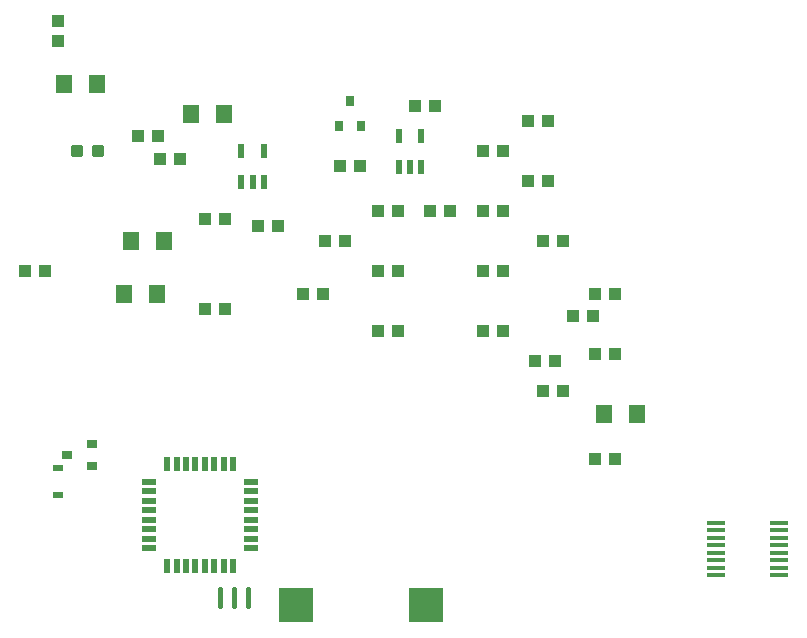
<source format=gtp>
G75*
%MOIN*%
%OFA0B0*%
%FSLAX25Y25*%
%IPPOS*%
%LPD*%
%AMOC8*
5,1,8,0,0,1.08239X$1,22.5*
%
%ADD10R,0.04331X0.03937*%
%ADD11R,0.03937X0.04331*%
%ADD12R,0.05512X0.06299*%
%ADD13C,0.01181*%
%ADD14C,0.01772*%
%ADD15R,0.02200X0.05000*%
%ADD16R,0.05000X0.02200*%
%ADD17R,0.05906X0.01772*%
%ADD18R,0.11811X0.11811*%
%ADD19R,0.03268X0.02480*%
%ADD20R,0.03150X0.03543*%
%ADD21R,0.03543X0.03150*%
%ADD22R,0.02362X0.04724*%
D10*
X0129787Y0116272D03*
X0136480Y0116272D03*
X0136480Y0136272D03*
X0129787Y0136272D03*
X0078980Y0123772D03*
X0072287Y0123772D03*
X0182287Y0106272D03*
X0188980Y0106272D03*
X0191480Y0096272D03*
X0184787Y0096272D03*
X0202287Y0073772D03*
X0208980Y0073772D03*
X0191480Y0146272D03*
X0184787Y0146272D03*
D11*
X0171480Y0136272D03*
X0164787Y0136272D03*
X0164787Y0156272D03*
X0171480Y0156272D03*
X0179787Y0166272D03*
X0186480Y0166272D03*
X0171480Y0176272D03*
X0164787Y0176272D03*
X0179787Y0186272D03*
X0186480Y0186272D03*
X0148980Y0191272D03*
X0142287Y0191272D03*
X0123980Y0171272D03*
X0117287Y0171272D03*
X0129787Y0156272D03*
X0136480Y0156272D03*
X0147287Y0156272D03*
X0153980Y0156272D03*
X0118980Y0146272D03*
X0112287Y0146272D03*
X0096480Y0151272D03*
X0089787Y0151272D03*
X0078980Y0153772D03*
X0072287Y0153772D03*
X0063980Y0173772D03*
X0057287Y0173772D03*
X0056480Y0181272D03*
X0049787Y0181272D03*
X0023133Y0212926D03*
X0023133Y0219619D03*
X0018980Y0136272D03*
X0012287Y0136272D03*
X0104787Y0128772D03*
X0111480Y0128772D03*
X0164787Y0116272D03*
X0171480Y0116272D03*
X0194787Y0121272D03*
X0201480Y0121272D03*
X0202287Y0128772D03*
X0208980Y0128772D03*
X0208980Y0108772D03*
X0202287Y0108772D03*
D12*
X0205122Y0088772D03*
X0216145Y0088772D03*
X0078645Y0188772D03*
X0067622Y0188772D03*
X0036145Y0198772D03*
X0025122Y0198772D03*
X0047622Y0146272D03*
X0058645Y0146272D03*
X0056145Y0128772D03*
X0045122Y0128772D03*
D13*
X0037964Y0174894D02*
X0037964Y0177650D01*
X0037964Y0174894D02*
X0035208Y0174894D01*
X0035208Y0177650D01*
X0037964Y0177650D01*
X0037964Y0176074D02*
X0035208Y0176074D01*
X0035208Y0177254D02*
X0037964Y0177254D01*
X0031059Y0177650D02*
X0031059Y0174894D01*
X0028303Y0174894D01*
X0028303Y0177650D01*
X0031059Y0177650D01*
X0031059Y0176074D02*
X0028303Y0176074D01*
X0028303Y0177254D02*
X0031059Y0177254D01*
D14*
X0077159Y0030386D02*
X0077159Y0024658D01*
X0081883Y0024658D02*
X0081883Y0030386D01*
X0086608Y0030386D02*
X0086608Y0024658D01*
D15*
X0059610Y0038122D03*
X0062759Y0038122D03*
X0065909Y0038122D03*
X0069059Y0038122D03*
X0072208Y0038122D03*
X0075358Y0038122D03*
X0078507Y0038122D03*
X0081657Y0038122D03*
X0081657Y0071922D03*
X0078507Y0071922D03*
X0075358Y0071922D03*
X0072208Y0071922D03*
X0069059Y0071922D03*
X0065909Y0071922D03*
X0062759Y0071922D03*
X0059610Y0071922D03*
D16*
X0053733Y0066046D03*
X0053733Y0062896D03*
X0053733Y0059746D03*
X0053733Y0056597D03*
X0053733Y0053447D03*
X0053733Y0050298D03*
X0053733Y0047148D03*
X0053733Y0043998D03*
X0087533Y0043998D03*
X0087533Y0047148D03*
X0087533Y0050298D03*
X0087533Y0053447D03*
X0087533Y0056597D03*
X0087533Y0059746D03*
X0087533Y0062896D03*
X0087533Y0066046D03*
D17*
X0242543Y0052522D03*
X0242543Y0050022D03*
X0242543Y0047522D03*
X0242543Y0045022D03*
X0242543Y0042522D03*
X0242543Y0040022D03*
X0242543Y0037522D03*
X0242543Y0035022D03*
X0263724Y0035022D03*
X0263724Y0037522D03*
X0263724Y0040022D03*
X0263724Y0042522D03*
X0263724Y0045022D03*
X0263724Y0047522D03*
X0263724Y0050022D03*
X0263724Y0052522D03*
D18*
X0146037Y0025022D03*
X0102730Y0025022D03*
D19*
X0023133Y0061744D03*
X0023133Y0070800D03*
D20*
X0116893Y0184835D03*
X0124373Y0184835D03*
X0120633Y0193103D03*
D21*
X0034570Y0078762D03*
X0026303Y0075022D03*
X0034570Y0071282D03*
D22*
X0084393Y0166130D03*
X0088133Y0166130D03*
X0091873Y0166130D03*
X0091873Y0176414D03*
X0084393Y0176414D03*
X0136893Y0181414D03*
X0144373Y0181414D03*
X0144373Y0171130D03*
X0140633Y0171130D03*
X0136893Y0171130D03*
M02*

</source>
